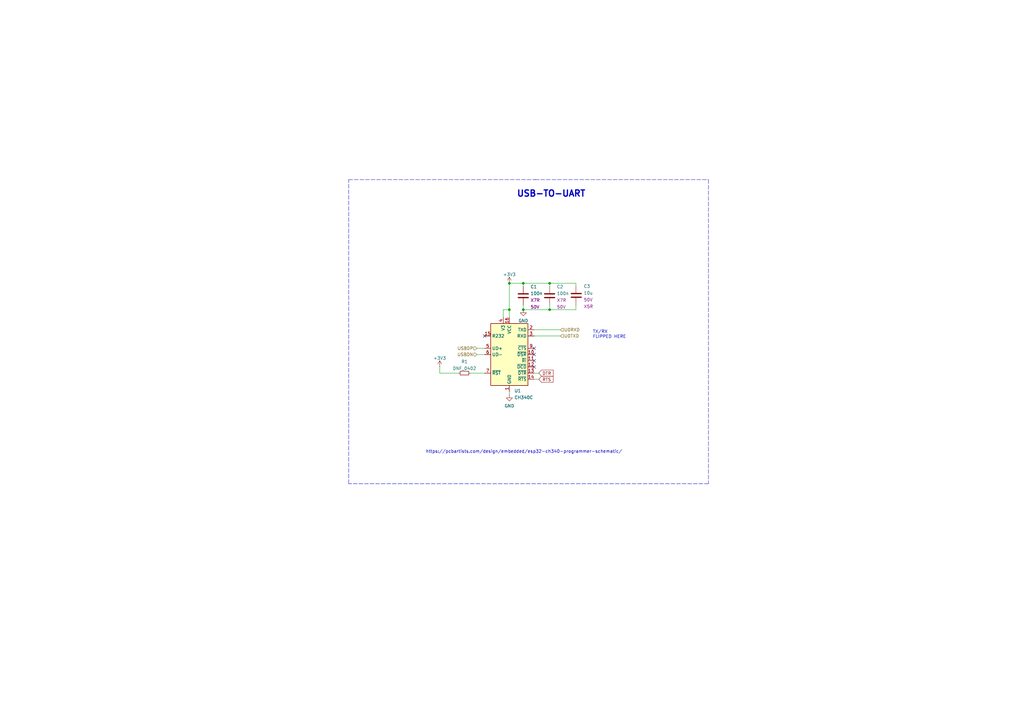
<source format=kicad_sch>
(kicad_sch (version 20211123) (generator eeschema)
  (paper "A3")
  (title_block (title "Masa") (date "2022-12-23") (rev "A"))
  (lib_symbols
    (symbol "Misc_JLC:CH340C"
      (property "Reference" "U" (at -5.08 13.97 0))
      (property "Value" "CH340C" (at 1.27 13.97 0))
      (symbol "CH340C_0_1"
        (rectangle (start -7.62 12.7) (end 7.62 -12.7) (stroke (width 0.254)) (fill (type background)))
      )
      (symbol "CH340C_1_1"
        (pin power_in line (at 0 -15.24 90) (length 2.54) (name "GND") (number "1"))
        (pin input line (at 10.16 0 180) (length 2.54) (name "~{DSR}") (number "10"))
        (pin input line (at 10.16 -2.54 180) (length 2.54) (name "~{RI}") (number "11"))
        (pin input line (at 10.16 -5.08 180) (length 2.54) (name "~{DCD}") (number "12"))
        (pin output line (at 10.16 -7.62 180) (length 2.54) (name "~{DTR}") (number "13"))
        (pin output line (at 10.16 -10.16 180) (length 2.54) (name "~{RTS}") (number "14"))
        (pin input line (at -10.16 7.62 0) (length 2.54) (name "R232") (number "15"))
        (pin power_in line (at 0 15.24 270) (length 2.54) (name "VCC") (number "16"))
        (pin output line (at 10.16 10.16 180) (length 2.54) (name "TXD") (number "2"))
        (pin input line (at 10.16 7.62 180) (length 2.54) (name "RXD") (number "3"))
        (pin passive line (at -2.54 15.24 270) (length 2.54) (name "V3") (number "4"))
        (pin bidirectional line (at -10.16 2.54 0) (length 2.54) (name "UD+") (number "5"))
        (pin bidirectional line (at -10.16 0 0) (length 2.54) (name "UD-") (number "6"))
        (pin input line (at -10.16 -7.62 0) (length 2.54) (name "~{RST}") (number "7"))
        (pin no_connect line (at -7.62 -10.16 0) (length 2.54) hide (name "NC") (number "8"))
        (pin input line (at 10.16 2.54 180) (length 2.54) (name "~{CTS}") (number "9"))
      )
    )
    (symbol "TinyTin:100n" (pin_numbers hide) (pin_names (offset 0.254))
      (property "Reference" "C" (at 0.635 2.54 0))
      (property "Value" "100n" (at 0.635 -2.54 0))
      (property "Type" "X7R" (at 5.7404 1.27 0))
      (property "Voltage" "50V" (at 5.5372 -1.016 0))
      (symbol "100n_0_1"
        (polyline (pts (xy -2.032 -0.762) (xy 2.032 -0.762)) (stroke (width 0.508)))
        (polyline (pts (xy -2.032 0.762) (xy 2.032 0.762)) (stroke (width 0.508)))
      )
      (symbol "100n_1_1"
        (pin passive line (at 0 3.81 270) (length 2.794) (name "~") (number "1"))
        (pin passive line (at 0 -3.81 90) (length 2.794) (name "~") (number "2"))
      )
    )
    (symbol "TinyTin:10u" (pin_numbers hide) (pin_names (offset 0.254) hide)
      (property "Reference" "C" (at 3.175 -2.54 0))
      (property "Value" "10u" (at 2.8702 -4.9276 0))
      (property "Rated Voltage" "50V" (at -4.7498 -4.826 0))
      (property "STD Code" "X5R" (at -4.6482 -2.8956 0))
      (symbol "10u_0_1"
        (polyline (pts (xy -1.905 -4.445) (xy 2.159 -4.445)) (stroke (width 0.508)))
        (polyline (pts (xy -1.905 -2.921) (xy 2.159 -2.921)) (stroke (width 0.508)))
      )
      (symbol "10u_1_1"
        (pin passive line (at 0 0 270) (length 2.794) (name "~") (number "1"))
        (pin passive line (at 0 -7.62 90) (length 3) (name "~") (number "2"))
      )
    )
    (symbol "personal:DNF_0402" (pin_numbers hide) (pin_names (offset 0.254) hide)
      (property "Reference" "R" (at 0.762 0.508 0))
      (property "Value" "DNF_0402" (at 0.762 -1.016 0))
      (symbol "DNF_0402_0_1"
        (rectangle (start -0.762 1.778) (end 0.762 -1.778) (stroke (width 0.2032)))
      )
      (symbol "DNF_0402_1_1"
        (pin passive line (at 0 2.54 270) (length 0.762) (name "~") (number "1"))
        (pin passive line (at 0 -2.54 90) (length 0.762) (name "~") (number "2"))
      )
    )
    (symbol "power:+3V3" (power) (pin_names (offset 0))
      (property "Value" "+3V3" (at 0 3.556 0))
      (symbol "+3V3_0_1"
        (polyline (pts (xy -0.762 1.27) (xy 0 2.54)))
        (polyline (pts (xy 0 0) (xy 0 2.54)))
        (polyline (pts (xy 0 2.54) (xy 0.762 1.27)))
      )
      (symbol "+3V3_1_1"
        (pin power_in line (at 0 0 90) (length 0) hide (name "+3V3") (number "1"))
      )
    )
    (symbol "power:GND" (power) (pin_names (offset 0))
      (property "Value" "GND" (at 0 -3.81 0))
      (symbol "GND_0_1"
        (polyline (pts (xy 0 0) (xy 0 -1.27) (xy 1.27 -1.27) (xy 0 -2.54) (xy -1.27 -1.27) (xy 0 -1.27)))
      )
      (symbol "GND_1_1"
        (pin power_in line (at 0 0 270) (length 0) hide (name "GND") (number "1"))
      )
    )
  )
  (junction (at 208.915 116.205))
  (junction (at 208.915 127))
  (junction (at 214.63 127))
  (junction (at 225.425 116.205))
  (junction (at 225.425 127))
  (junction (at 214.63 116.205))
  (no_connect (at 219.075 142.875))
  (no_connect (at 219.075 145.415))
  (no_connect (at 198.755 137.795))
  (no_connect (at 219.075 147.955))
  (no_connect (at 219.075 150.495))
  (wire (pts (xy 208.915 116.205) (xy 208.915 127)))
  (wire (pts (xy 236.22 117.475) (xy 236.22 116.205)))
  (wire (pts (xy 219.075 155.575) (xy 220.98 155.575)))
  (wire (pts (xy 214.63 125.095) (xy 214.63 127)))
  (wire (pts (xy 219.075 153.035) (xy 220.98 153.035)))
  (wire (pts (xy 219.075 137.795) (xy 229.87 137.795)))
  (wire (pts (xy 225.425 127) (xy 236.22 127)))
  (wire (pts (xy 180.34 150.495) (xy 180.34 153.035)))
  (wire (pts (xy 225.425 116.205) (xy 236.22 116.205)))
  (polyline (pts (xy 143.002 198.374) (xy 143.002 73.66)))
  (wire (pts (xy 236.22 125.095) (xy 236.22 127)))
  (wire (pts (xy 193.04 153.035) (xy 198.755 153.035)))
  (wire (pts (xy 195.58 145.415) (xy 198.755 145.415)))
  (wire (pts (xy 208.915 127) (xy 208.915 130.175)))
  (wire (pts (xy 214.63 116.205) (xy 214.63 117.475)))
  (wire (pts (xy 206.375 130.175) (xy 206.375 127)))
  (wire (pts (xy 206.375 127) (xy 208.915 127)))
  (wire (pts (xy 214.63 127) (xy 225.425 127)))
  (wire (pts (xy 180.34 153.035) (xy 187.96 153.035)))
  (wire (pts (xy 208.915 160.655) (xy 208.915 161.925)))
  (wire (pts (xy 225.425 116.205) (xy 225.425 117.475)))
  (polyline (pts (xy 219.456 73.66) (xy 290.576 73.66)))
  (wire (pts (xy 214.63 116.205) (xy 225.425 116.205)))
  (wire (pts (xy 225.425 125.095) (xy 225.425 127)))
  (polyline (pts (xy 143.002 73.66) (xy 219.71 73.66)))
  (polyline (pts (xy 290.576 73.66) (xy 290.576 198.374)))
  (wire (pts (xy 195.58 142.875) (xy 198.755 142.875)))
  (wire (pts (xy 219.075 135.255) (xy 229.87 135.255)))
  (polyline (pts (xy 290.576 198.374) (xy 143.002 198.374)))
  (wire (pts (xy 208.915 116.205) (xy 214.63 116.205)))
  (text "TX/RX \nFLIPPED HERE" (at 243.078 138.938 0) (effects (font (size 1.27 1.27)) (justify left bottom)))
  (text "USB-TO-UART" (at 211.836 81.026 0) (effects (font (size 2.54 2.54) (thickness 0.508) bold) (justify left bottom)))
  (text "https://pcbartists.com/design/embedded/esp32-ch340-programmer-schematic/" (at 174.625 186.055 0) (effects (font (size 1.27 1.27)) (justify left bottom)))
  (global_label "RTS" (shape input) (at 220.98 155.575 0) (property "Intersheet References" "${INTERSHEET_REFS}" (effects hide)))
  (global_label "DTR" (shape input) (at 220.98 153.035 0) (property "Intersheet References" "${INTERSHEET_REFS}" (effects hide)))
  (hierarchical_label "U0TXD" (shape input) (at 229.87 137.795 0))
  (hierarchical_label "USBDP" (shape input) (at 195.58 142.875 180))
  (hierarchical_label "USBDN" (shape input) (at 195.58 145.415 180))
  (hierarchical_label "U0RXD" (shape input) (at 229.87 135.255 0))
  (symbol (lib_id "personal:DNF_0402") (at 190.5 153.035 270) (unit 1)
    (property "Reference" "R1" (at 190.5 148.3319 90))
    (property "Value" "DNF_0402" (at 190.5 151.107 90))
    (property "Footprint" "Resistor_SMD:R_0402_1005Metric" (effects hide))
  )
  (symbol (lib_id "power:+3V3") (at 208.915 116.205 0) (unit 1)
    (property "Reference" "#PWR0104" (effects hide))
    (property "Value" "+3V3" (at 208.915 112.6005 0))
  )
  (symbol (lib_id "power:GND") (at 214.63 127 0) (mirror y) (unit 1)
    (property "Reference" "#PWR0103" (effects hide))
    (property "Value" "GND" (at 214.63 131.5625 0))
  )
  (symbol (lib_id "TinyTin:10u") (at 236.22 117.475 0) (unit 1)
    (property "Reference" "C3" (at 239.395 117.4047 0) (effects (justify left)))
    (property "Value" "10u" (at 239.395 120.1798 0) (effects (justify left)))
    (property "Footprint" "Capacitor_SMD:C_0805_2012Metric" (effects hide))
    (property "Datasheet" "https://datasheet.lcsc.com/lcsc/2004251506_Murata-Electronics-GRM21BR61H106KE43L_C440198.pdf" (effects hide))
    (property "LCSC" "C440198" (effects hide))
    (property "Rated Voltage" "50V" (at 239.395 122.9549 0) (effects (justify left)))
    (property "STD Code" "X5R" (at 239.395 125.73 0) (effects (justify left)))
  )
  (symbol (lib_id "TinyTin:100n") (at 225.425 121.285 0) (unit 1)
    (property "Reference" "C2" (at 228.346 117.6014 0) (effects (justify left)))
    (property "Value" "100n" (at 228.346 120.3765 0) (effects (justify left)))
    (property "Footprint" "Capacitor_SMD:C_0402_1005Metric" (effects hide))
    (property "Type" "X7R" (at 228.346 123.1516 0) (effects (justify left)))
    (property "LCSC" "C307331" (effects hide))
    (property "Voltage" "50V" (at 228.346 125.9267 0) (effects (justify left)))
  )
  (symbol (lib_id "Misc_JLC:CH340C") (at 208.915 145.415 0) (unit 1)
    (property "Reference" "U1" (at 210.9344 160.2645 0) (effects (justify left)))
    (property "Value" "CH340C" (at 210.9344 163.0396 0) (effects (justify left)))
    (property "Footprint" "Package_SO:SOIC-16_3.9x9.9mm_P1.27mm" (effects hide))
    (property "Datasheet" "https://www.mpja.com/download/35227cpdata.pdf" (effects hide))
    (property "LCSC" "C84681" (effects hide))
  )
  (symbol (lib_id "power:+3V3") (at 180.34 150.495 0) (unit 1)
    (property "Reference" "#PWR0102" (effects hide))
    (property "Value" "+3V3" (at 180.34 146.8905 0))
  )
  (symbol (lib_id "power:GND") (at 208.915 161.925 0) (unit 1)
    (property "Reference" "#PWR0101" (effects hide))
    (property "Value" "GND" (at 208.915 166.4875 0))
  )
  (symbol (lib_id "TinyTin:100n") (at 214.63 121.285 0) (unit 1)
    (property "Reference" "C1" (at 217.551 117.6014 0) (effects (justify left)))
    (property "Value" "100n" (at 217.551 120.3765 0) (effects (justify left)))
    (property "Footprint" "Capacitor_SMD:C_0402_1005Metric" (effects hide))
    (property "Type" "X7R" (at 217.551 123.1516 0) (effects (justify left)))
    (property "LCSC" "C307331" (effects hide))
    (property "Voltage" "50V" (at 217.551 125.9267 0) (effects (justify left)))
  )
)
</source>
